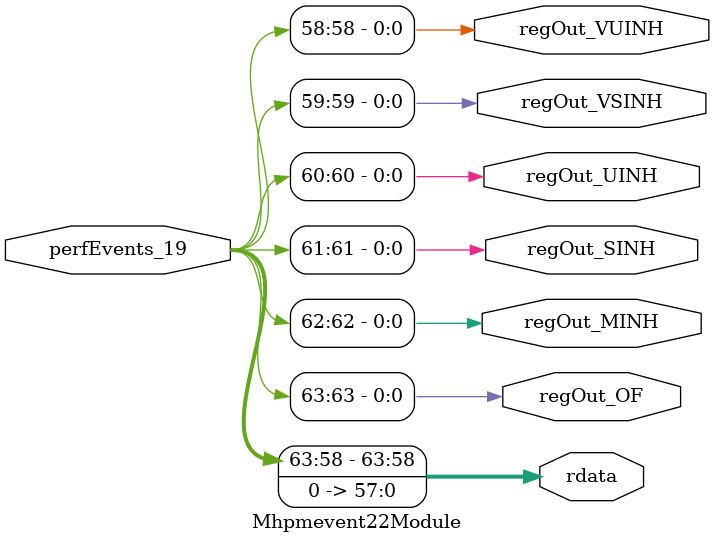
<source format=sv>
`ifndef RANDOMIZE
  `ifdef RANDOMIZE_MEM_INIT
    `define RANDOMIZE
  `endif // RANDOMIZE_MEM_INIT
`endif // not def RANDOMIZE
`ifndef RANDOMIZE
  `ifdef RANDOMIZE_REG_INIT
    `define RANDOMIZE
  `endif // RANDOMIZE_REG_INIT
`endif // not def RANDOMIZE

`ifndef RANDOM
  `define RANDOM $random
`endif // not def RANDOM

// Users can define INIT_RANDOM as general code that gets injected into the
// initializer block for modules with registers.
`ifndef INIT_RANDOM
  `define INIT_RANDOM
`endif // not def INIT_RANDOM

// If using random initialization, you can also define RANDOMIZE_DELAY to
// customize the delay used, otherwise 0.002 is used.
`ifndef RANDOMIZE_DELAY
  `define RANDOMIZE_DELAY 0.002
`endif // not def RANDOMIZE_DELAY

// Define INIT_RANDOM_PROLOG_ for use in our modules below.
`ifndef INIT_RANDOM_PROLOG_
  `ifdef RANDOMIZE
    `ifdef VERILATOR
      `define INIT_RANDOM_PROLOG_ `INIT_RANDOM
    `else  // VERILATOR
      `define INIT_RANDOM_PROLOG_ `INIT_RANDOM #`RANDOMIZE_DELAY begin end
    `endif // VERILATOR
  `else  // RANDOMIZE
    `define INIT_RANDOM_PROLOG_
  `endif // RANDOMIZE
`endif // not def INIT_RANDOM_PROLOG_

// Include register initializers in init blocks unless synthesis is set
`ifndef SYNTHESIS
  `ifndef ENABLE_INITIAL_REG_
    `define ENABLE_INITIAL_REG_
  `endif // not def ENABLE_INITIAL_REG_
`endif // not def SYNTHESIS

// Include rmemory initializers in init blocks unless synthesis is set
`ifndef SYNTHESIS
  `ifndef ENABLE_INITIAL_MEM_
    `define ENABLE_INITIAL_MEM_
  `endif // not def ENABLE_INITIAL_MEM_
`endif // not def SYNTHESIS

module Mhpmevent22Module(
  output [63:0] rdata,
  output        regOut_OF,
  output        regOut_MINH,
  output        regOut_SINH,
  output        regOut_UINH,
  output        regOut_VSINH,
  output        regOut_VUINH,
  input  [63:0] perfEvents_19
);

  assign rdata = {perfEvents_19[63:58], 58'h0};
  assign regOut_OF = perfEvents_19[63];
  assign regOut_MINH = perfEvents_19[62];
  assign regOut_SINH = perfEvents_19[61];
  assign regOut_UINH = perfEvents_19[60];
  assign regOut_VSINH = perfEvents_19[59];
  assign regOut_VUINH = perfEvents_19[58];
endmodule


</source>
